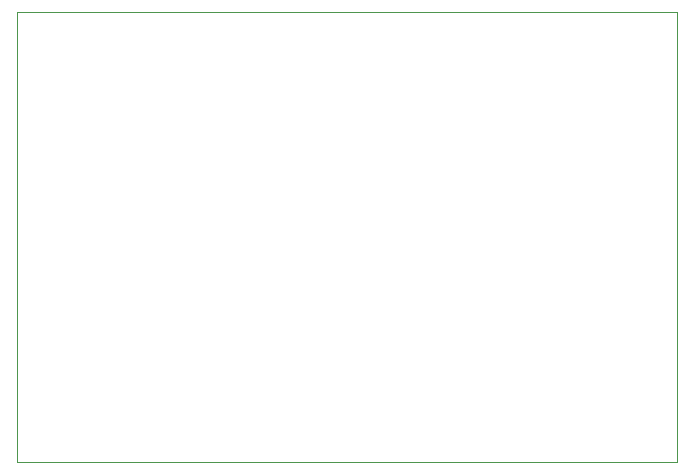
<source format=gbr>
%TF.GenerationSoftware,KiCad,Pcbnew,(6.0.6)*%
%TF.CreationDate,2022-12-02T12:02:17+05:30*%
%TF.ProjectId,exp11,65787031-312e-46b6-9963-61645f706362,rev?*%
%TF.SameCoordinates,Original*%
%TF.FileFunction,Profile,NP*%
%FSLAX46Y46*%
G04 Gerber Fmt 4.6, Leading zero omitted, Abs format (unit mm)*
G04 Created by KiCad (PCBNEW (6.0.6)) date 2022-12-02 12:02:17*
%MOMM*%
%LPD*%
G01*
G04 APERTURE LIST*
%TA.AperFunction,Profile*%
%ADD10C,0.100000*%
%TD*%
G04 APERTURE END LIST*
D10*
X143510000Y-83820000D02*
X143510000Y-121920000D01*
X87630000Y-121920000D02*
X87630000Y-83820000D01*
X143510000Y-121920000D02*
X87630000Y-121920000D01*
X87630000Y-83820000D02*
X143510000Y-83820000D01*
M02*

</source>
